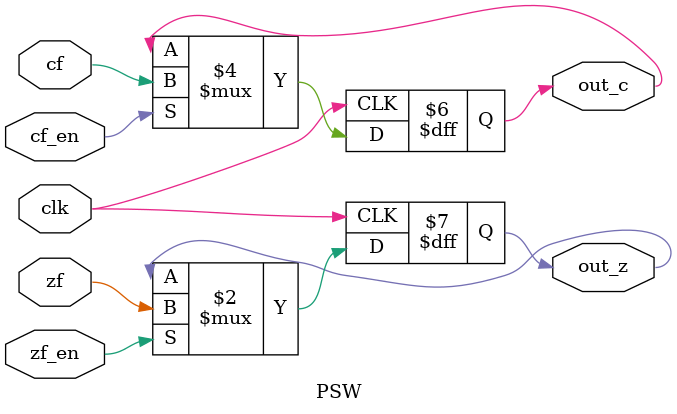
<source format=v>
module PSW (
    input clk, cf_en, zf_en, cf, zf,
    output reg out_c, out_z
  );
  always @(negedge clk)
  begin
    if (cf_en)
      out_c <= cf;
    if(zf_en)
      out_z <= zf;
  end
endmodule

</source>
